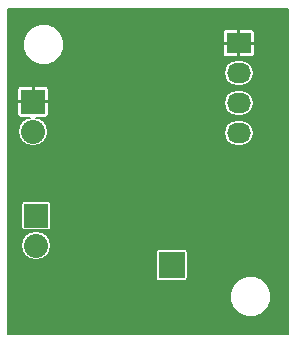
<source format=gbl>
G04 #@! TF.FileFunction,Copper,L2,Bot,Signal*
%FSLAX46Y46*%
G04 Gerber Fmt 4.6, Leading zero omitted, Abs format (unit mm)*
G04 Created by KiCad (PCBNEW 4.0.1-2.201512121406+6195~38~ubuntu14.04.1-stable) date Thu 21 Apr 2016 07:43:07 PM CEST*
%MOMM*%
G01*
G04 APERTURE LIST*
%ADD10C,0.127000*%
%ADD11R,2.032000X2.032000*%
%ADD12O,2.032000X2.032000*%
%ADD13R,2.235200X2.235200*%
%ADD14R,2.032000X1.727200*%
%ADD15O,2.032000X1.727200*%
%ADD16C,0.685800*%
%ADD17C,0.152400*%
G04 APERTURE END LIST*
D10*
D11*
X150876000Y-86360000D03*
D12*
X150876000Y-88900000D03*
D11*
X151130000Y-96012000D03*
D12*
X151130000Y-98552000D03*
D13*
X162600000Y-100200000D03*
D14*
X168275000Y-81407000D03*
D15*
X168275000Y-83947000D03*
X168275000Y-86487000D03*
X168275000Y-89027000D03*
D16*
X168910000Y-99314000D03*
X169164000Y-91186000D03*
X156718000Y-98044000D03*
D17*
G36*
X172441400Y-106020400D02*
X148741600Y-106020400D01*
X148741600Y-103212331D01*
X167562101Y-103212331D01*
X167824710Y-103847894D01*
X168310548Y-104334581D01*
X168945652Y-104598299D01*
X169633331Y-104598899D01*
X170268894Y-104336290D01*
X170755581Y-103850452D01*
X171019299Y-103215348D01*
X171019899Y-102527669D01*
X170757290Y-101892106D01*
X170271452Y-101405419D01*
X169636348Y-101141701D01*
X168948669Y-101141101D01*
X168313106Y-101403710D01*
X167826419Y-101889548D01*
X167562701Y-102524652D01*
X167562101Y-103212331D01*
X148741600Y-103212331D01*
X148741600Y-98552000D01*
X149861017Y-98552000D01*
X149955757Y-99028288D01*
X150225552Y-99432065D01*
X150629329Y-99701860D01*
X151105617Y-99796600D01*
X151154383Y-99796600D01*
X151630671Y-99701860D01*
X152034448Y-99432065D01*
X152268086Y-99082400D01*
X161249322Y-99082400D01*
X161249322Y-101317600D01*
X161265262Y-101402314D01*
X161315328Y-101480118D01*
X161391720Y-101532315D01*
X161482400Y-101550678D01*
X163717600Y-101550678D01*
X163802314Y-101534738D01*
X163880118Y-101484672D01*
X163932315Y-101408280D01*
X163950678Y-101317600D01*
X163950678Y-99082400D01*
X163934738Y-98997686D01*
X163884672Y-98919882D01*
X163808280Y-98867685D01*
X163717600Y-98849322D01*
X161482400Y-98849322D01*
X161397686Y-98865262D01*
X161319882Y-98915328D01*
X161267685Y-98991720D01*
X161249322Y-99082400D01*
X152268086Y-99082400D01*
X152304243Y-99028288D01*
X152398983Y-98552000D01*
X152304243Y-98075712D01*
X152034448Y-97671935D01*
X151630671Y-97402140D01*
X151154383Y-97307400D01*
X151105617Y-97307400D01*
X150629329Y-97402140D01*
X150225552Y-97671935D01*
X149955757Y-98075712D01*
X149861017Y-98552000D01*
X148741600Y-98552000D01*
X148741600Y-94996000D01*
X149880922Y-94996000D01*
X149880922Y-97028000D01*
X149896862Y-97112714D01*
X149946928Y-97190518D01*
X150023320Y-97242715D01*
X150114000Y-97261078D01*
X152146000Y-97261078D01*
X152230714Y-97245138D01*
X152308518Y-97195072D01*
X152360715Y-97118680D01*
X152379078Y-97028000D01*
X152379078Y-94996000D01*
X152363138Y-94911286D01*
X152313072Y-94833482D01*
X152236680Y-94781285D01*
X152146000Y-94762922D01*
X150114000Y-94762922D01*
X150029286Y-94778862D01*
X149951482Y-94828928D01*
X149899285Y-94905320D01*
X149880922Y-94996000D01*
X148741600Y-94996000D01*
X148741600Y-86493350D01*
X149529800Y-86493350D01*
X149529800Y-87441681D01*
X149580070Y-87563043D01*
X149672957Y-87655930D01*
X149794319Y-87706200D01*
X150596229Y-87706200D01*
X150375329Y-87750140D01*
X149971552Y-88019935D01*
X149701757Y-88423712D01*
X149607017Y-88900000D01*
X149701757Y-89376288D01*
X149971552Y-89780065D01*
X150375329Y-90049860D01*
X150851617Y-90144600D01*
X150900383Y-90144600D01*
X151376671Y-90049860D01*
X151780448Y-89780065D01*
X152050243Y-89376288D01*
X152119721Y-89027000D01*
X167006017Y-89027000D01*
X167089156Y-89444967D01*
X167325915Y-89799302D01*
X167680250Y-90036061D01*
X168098217Y-90119200D01*
X168451783Y-90119200D01*
X168869750Y-90036061D01*
X169224085Y-89799302D01*
X169460844Y-89444967D01*
X169543983Y-89027000D01*
X169460844Y-88609033D01*
X169224085Y-88254698D01*
X168869750Y-88017939D01*
X168451783Y-87934800D01*
X168098217Y-87934800D01*
X167680250Y-88017939D01*
X167325915Y-88254698D01*
X167089156Y-88609033D01*
X167006017Y-89027000D01*
X152119721Y-89027000D01*
X152144983Y-88900000D01*
X152050243Y-88423712D01*
X151780448Y-88019935D01*
X151376671Y-87750140D01*
X151155771Y-87706200D01*
X151957681Y-87706200D01*
X152079043Y-87655930D01*
X152171930Y-87563043D01*
X152222200Y-87441681D01*
X152222200Y-86493350D01*
X152215850Y-86487000D01*
X167006017Y-86487000D01*
X167089156Y-86904967D01*
X167325915Y-87259302D01*
X167680250Y-87496061D01*
X168098217Y-87579200D01*
X168451783Y-87579200D01*
X168869750Y-87496061D01*
X169224085Y-87259302D01*
X169460844Y-86904967D01*
X169543983Y-86487000D01*
X169460844Y-86069033D01*
X169224085Y-85714698D01*
X168869750Y-85477939D01*
X168451783Y-85394800D01*
X168098217Y-85394800D01*
X167680250Y-85477939D01*
X167325915Y-85714698D01*
X167089156Y-86069033D01*
X167006017Y-86487000D01*
X152215850Y-86487000D01*
X152139650Y-86410800D01*
X150926800Y-86410800D01*
X150926800Y-86430800D01*
X150825200Y-86430800D01*
X150825200Y-86410800D01*
X149612350Y-86410800D01*
X149529800Y-86493350D01*
X148741600Y-86493350D01*
X148741600Y-85278319D01*
X149529800Y-85278319D01*
X149529800Y-86226650D01*
X149612350Y-86309200D01*
X150825200Y-86309200D01*
X150825200Y-85096350D01*
X150926800Y-85096350D01*
X150926800Y-86309200D01*
X152139650Y-86309200D01*
X152222200Y-86226650D01*
X152222200Y-85278319D01*
X152171930Y-85156957D01*
X152079043Y-85064070D01*
X151957681Y-85013800D01*
X151009350Y-85013800D01*
X150926800Y-85096350D01*
X150825200Y-85096350D01*
X150742650Y-85013800D01*
X149794319Y-85013800D01*
X149672957Y-85064070D01*
X149580070Y-85156957D01*
X149529800Y-85278319D01*
X148741600Y-85278319D01*
X148741600Y-83947000D01*
X167006017Y-83947000D01*
X167089156Y-84364967D01*
X167325915Y-84719302D01*
X167680250Y-84956061D01*
X168098217Y-85039200D01*
X168451783Y-85039200D01*
X168869750Y-84956061D01*
X169224085Y-84719302D01*
X169460844Y-84364967D01*
X169543983Y-83947000D01*
X169460844Y-83529033D01*
X169224085Y-83174698D01*
X168869750Y-82937939D01*
X168451783Y-82854800D01*
X168098217Y-82854800D01*
X167680250Y-82937939D01*
X167325915Y-83174698D01*
X167089156Y-83529033D01*
X167006017Y-83947000D01*
X148741600Y-83947000D01*
X148741600Y-81876331D01*
X150036101Y-81876331D01*
X150298710Y-82511894D01*
X150784548Y-82998581D01*
X151419652Y-83262299D01*
X152107331Y-83262899D01*
X152742894Y-83000290D01*
X153229581Y-82514452D01*
X153493299Y-81879348D01*
X153493594Y-81540350D01*
X166928800Y-81540350D01*
X166928800Y-82336281D01*
X166979070Y-82457643D01*
X167071957Y-82550530D01*
X167193319Y-82600800D01*
X168141650Y-82600800D01*
X168224200Y-82518250D01*
X168224200Y-81457800D01*
X168325800Y-81457800D01*
X168325800Y-82518250D01*
X168408350Y-82600800D01*
X169356681Y-82600800D01*
X169478043Y-82550530D01*
X169570930Y-82457643D01*
X169621200Y-82336281D01*
X169621200Y-81540350D01*
X169538650Y-81457800D01*
X168325800Y-81457800D01*
X168224200Y-81457800D01*
X167011350Y-81457800D01*
X166928800Y-81540350D01*
X153493594Y-81540350D01*
X153493899Y-81191669D01*
X153231290Y-80556106D01*
X153153040Y-80477719D01*
X166928800Y-80477719D01*
X166928800Y-81273650D01*
X167011350Y-81356200D01*
X168224200Y-81356200D01*
X168224200Y-80295750D01*
X168325800Y-80295750D01*
X168325800Y-81356200D01*
X169538650Y-81356200D01*
X169621200Y-81273650D01*
X169621200Y-80477719D01*
X169570930Y-80356357D01*
X169478043Y-80263470D01*
X169356681Y-80213200D01*
X168408350Y-80213200D01*
X168325800Y-80295750D01*
X168224200Y-80295750D01*
X168141650Y-80213200D01*
X167193319Y-80213200D01*
X167071957Y-80263470D01*
X166979070Y-80356357D01*
X166928800Y-80477719D01*
X153153040Y-80477719D01*
X152745452Y-80069419D01*
X152110348Y-79805701D01*
X151422669Y-79805101D01*
X150787106Y-80067710D01*
X150300419Y-80553548D01*
X150036701Y-81188652D01*
X150036101Y-81876331D01*
X148741600Y-81876331D01*
X148741600Y-78510600D01*
X172441400Y-78510600D01*
X172441400Y-106020400D01*
X172441400Y-106020400D01*
G37*
X172441400Y-106020400D02*
X148741600Y-106020400D01*
X148741600Y-103212331D01*
X167562101Y-103212331D01*
X167824710Y-103847894D01*
X168310548Y-104334581D01*
X168945652Y-104598299D01*
X169633331Y-104598899D01*
X170268894Y-104336290D01*
X170755581Y-103850452D01*
X171019299Y-103215348D01*
X171019899Y-102527669D01*
X170757290Y-101892106D01*
X170271452Y-101405419D01*
X169636348Y-101141701D01*
X168948669Y-101141101D01*
X168313106Y-101403710D01*
X167826419Y-101889548D01*
X167562701Y-102524652D01*
X167562101Y-103212331D01*
X148741600Y-103212331D01*
X148741600Y-98552000D01*
X149861017Y-98552000D01*
X149955757Y-99028288D01*
X150225552Y-99432065D01*
X150629329Y-99701860D01*
X151105617Y-99796600D01*
X151154383Y-99796600D01*
X151630671Y-99701860D01*
X152034448Y-99432065D01*
X152268086Y-99082400D01*
X161249322Y-99082400D01*
X161249322Y-101317600D01*
X161265262Y-101402314D01*
X161315328Y-101480118D01*
X161391720Y-101532315D01*
X161482400Y-101550678D01*
X163717600Y-101550678D01*
X163802314Y-101534738D01*
X163880118Y-101484672D01*
X163932315Y-101408280D01*
X163950678Y-101317600D01*
X163950678Y-99082400D01*
X163934738Y-98997686D01*
X163884672Y-98919882D01*
X163808280Y-98867685D01*
X163717600Y-98849322D01*
X161482400Y-98849322D01*
X161397686Y-98865262D01*
X161319882Y-98915328D01*
X161267685Y-98991720D01*
X161249322Y-99082400D01*
X152268086Y-99082400D01*
X152304243Y-99028288D01*
X152398983Y-98552000D01*
X152304243Y-98075712D01*
X152034448Y-97671935D01*
X151630671Y-97402140D01*
X151154383Y-97307400D01*
X151105617Y-97307400D01*
X150629329Y-97402140D01*
X150225552Y-97671935D01*
X149955757Y-98075712D01*
X149861017Y-98552000D01*
X148741600Y-98552000D01*
X148741600Y-94996000D01*
X149880922Y-94996000D01*
X149880922Y-97028000D01*
X149896862Y-97112714D01*
X149946928Y-97190518D01*
X150023320Y-97242715D01*
X150114000Y-97261078D01*
X152146000Y-97261078D01*
X152230714Y-97245138D01*
X152308518Y-97195072D01*
X152360715Y-97118680D01*
X152379078Y-97028000D01*
X152379078Y-94996000D01*
X152363138Y-94911286D01*
X152313072Y-94833482D01*
X152236680Y-94781285D01*
X152146000Y-94762922D01*
X150114000Y-94762922D01*
X150029286Y-94778862D01*
X149951482Y-94828928D01*
X149899285Y-94905320D01*
X149880922Y-94996000D01*
X148741600Y-94996000D01*
X148741600Y-86493350D01*
X149529800Y-86493350D01*
X149529800Y-87441681D01*
X149580070Y-87563043D01*
X149672957Y-87655930D01*
X149794319Y-87706200D01*
X150596229Y-87706200D01*
X150375329Y-87750140D01*
X149971552Y-88019935D01*
X149701757Y-88423712D01*
X149607017Y-88900000D01*
X149701757Y-89376288D01*
X149971552Y-89780065D01*
X150375329Y-90049860D01*
X150851617Y-90144600D01*
X150900383Y-90144600D01*
X151376671Y-90049860D01*
X151780448Y-89780065D01*
X152050243Y-89376288D01*
X152119721Y-89027000D01*
X167006017Y-89027000D01*
X167089156Y-89444967D01*
X167325915Y-89799302D01*
X167680250Y-90036061D01*
X168098217Y-90119200D01*
X168451783Y-90119200D01*
X168869750Y-90036061D01*
X169224085Y-89799302D01*
X169460844Y-89444967D01*
X169543983Y-89027000D01*
X169460844Y-88609033D01*
X169224085Y-88254698D01*
X168869750Y-88017939D01*
X168451783Y-87934800D01*
X168098217Y-87934800D01*
X167680250Y-88017939D01*
X167325915Y-88254698D01*
X167089156Y-88609033D01*
X167006017Y-89027000D01*
X152119721Y-89027000D01*
X152144983Y-88900000D01*
X152050243Y-88423712D01*
X151780448Y-88019935D01*
X151376671Y-87750140D01*
X151155771Y-87706200D01*
X151957681Y-87706200D01*
X152079043Y-87655930D01*
X152171930Y-87563043D01*
X152222200Y-87441681D01*
X152222200Y-86493350D01*
X152215850Y-86487000D01*
X167006017Y-86487000D01*
X167089156Y-86904967D01*
X167325915Y-87259302D01*
X167680250Y-87496061D01*
X168098217Y-87579200D01*
X168451783Y-87579200D01*
X168869750Y-87496061D01*
X169224085Y-87259302D01*
X169460844Y-86904967D01*
X169543983Y-86487000D01*
X169460844Y-86069033D01*
X169224085Y-85714698D01*
X168869750Y-85477939D01*
X168451783Y-85394800D01*
X168098217Y-85394800D01*
X167680250Y-85477939D01*
X167325915Y-85714698D01*
X167089156Y-86069033D01*
X167006017Y-86487000D01*
X152215850Y-86487000D01*
X152139650Y-86410800D01*
X150926800Y-86410800D01*
X150926800Y-86430800D01*
X150825200Y-86430800D01*
X150825200Y-86410800D01*
X149612350Y-86410800D01*
X149529800Y-86493350D01*
X148741600Y-86493350D01*
X148741600Y-85278319D01*
X149529800Y-85278319D01*
X149529800Y-86226650D01*
X149612350Y-86309200D01*
X150825200Y-86309200D01*
X150825200Y-85096350D01*
X150926800Y-85096350D01*
X150926800Y-86309200D01*
X152139650Y-86309200D01*
X152222200Y-86226650D01*
X152222200Y-85278319D01*
X152171930Y-85156957D01*
X152079043Y-85064070D01*
X151957681Y-85013800D01*
X151009350Y-85013800D01*
X150926800Y-85096350D01*
X150825200Y-85096350D01*
X150742650Y-85013800D01*
X149794319Y-85013800D01*
X149672957Y-85064070D01*
X149580070Y-85156957D01*
X149529800Y-85278319D01*
X148741600Y-85278319D01*
X148741600Y-83947000D01*
X167006017Y-83947000D01*
X167089156Y-84364967D01*
X167325915Y-84719302D01*
X167680250Y-84956061D01*
X168098217Y-85039200D01*
X168451783Y-85039200D01*
X168869750Y-84956061D01*
X169224085Y-84719302D01*
X169460844Y-84364967D01*
X169543983Y-83947000D01*
X169460844Y-83529033D01*
X169224085Y-83174698D01*
X168869750Y-82937939D01*
X168451783Y-82854800D01*
X168098217Y-82854800D01*
X167680250Y-82937939D01*
X167325915Y-83174698D01*
X167089156Y-83529033D01*
X167006017Y-83947000D01*
X148741600Y-83947000D01*
X148741600Y-81876331D01*
X150036101Y-81876331D01*
X150298710Y-82511894D01*
X150784548Y-82998581D01*
X151419652Y-83262299D01*
X152107331Y-83262899D01*
X152742894Y-83000290D01*
X153229581Y-82514452D01*
X153493299Y-81879348D01*
X153493594Y-81540350D01*
X166928800Y-81540350D01*
X166928800Y-82336281D01*
X166979070Y-82457643D01*
X167071957Y-82550530D01*
X167193319Y-82600800D01*
X168141650Y-82600800D01*
X168224200Y-82518250D01*
X168224200Y-81457800D01*
X168325800Y-81457800D01*
X168325800Y-82518250D01*
X168408350Y-82600800D01*
X169356681Y-82600800D01*
X169478043Y-82550530D01*
X169570930Y-82457643D01*
X169621200Y-82336281D01*
X169621200Y-81540350D01*
X169538650Y-81457800D01*
X168325800Y-81457800D01*
X168224200Y-81457800D01*
X167011350Y-81457800D01*
X166928800Y-81540350D01*
X153493594Y-81540350D01*
X153493899Y-81191669D01*
X153231290Y-80556106D01*
X153153040Y-80477719D01*
X166928800Y-80477719D01*
X166928800Y-81273650D01*
X167011350Y-81356200D01*
X168224200Y-81356200D01*
X168224200Y-80295750D01*
X168325800Y-80295750D01*
X168325800Y-81356200D01*
X169538650Y-81356200D01*
X169621200Y-81273650D01*
X169621200Y-80477719D01*
X169570930Y-80356357D01*
X169478043Y-80263470D01*
X169356681Y-80213200D01*
X168408350Y-80213200D01*
X168325800Y-80295750D01*
X168224200Y-80295750D01*
X168141650Y-80213200D01*
X167193319Y-80213200D01*
X167071957Y-80263470D01*
X166979070Y-80356357D01*
X166928800Y-80477719D01*
X153153040Y-80477719D01*
X152745452Y-80069419D01*
X152110348Y-79805701D01*
X151422669Y-79805101D01*
X150787106Y-80067710D01*
X150300419Y-80553548D01*
X150036701Y-81188652D01*
X150036101Y-81876331D01*
X148741600Y-81876331D01*
X148741600Y-78510600D01*
X172441400Y-78510600D01*
X172441400Y-106020400D01*
M02*

</source>
